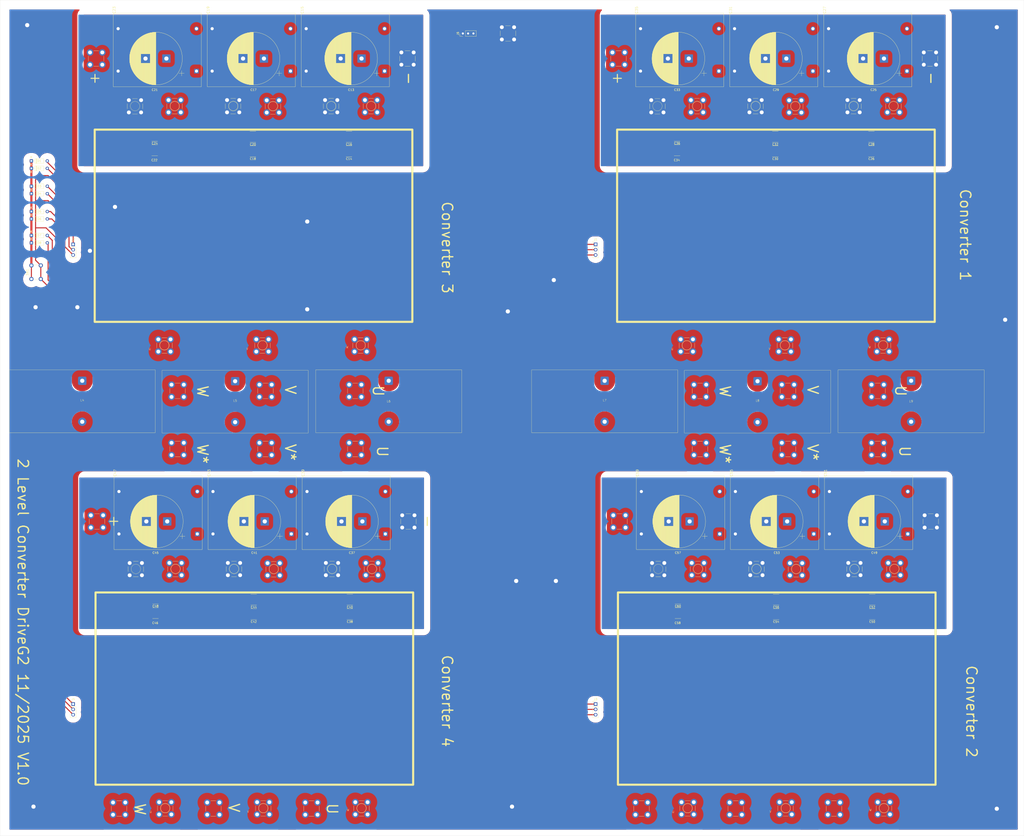
<source format=kicad_pcb>
(kicad_pcb (version 20241229) (generator "pcbnew") (generator_version "9.0")
  (layers (0 "F.Cu" signal) (2 "B.Cu" signal) (13 "F.Paste" user) (15 "B.Paste" user) (5 "F.SilkS" user "F.Silkscreen") (7 "B.SilkS" user "B.Silkscreen") (1 "F.Mask" user) (3 "B.Mask" user) (25 "Edge.Cuts" user))
  (net 0 "")
  (net 1 "Net-(D1-K)")
  (net 2 "Net-(D1-A)")
  (net 3 "Net-(D2-A)")
  (net 4 "Net-(D3-A)")
  (net 5 "Net-(D4-A)")
  (net 6 "Net-(D5-A)")
  (net 7 "Net-(D6-A)")
  (net 8 "Net-(D7-A)")
  (net 9 "Net-(D8-A)")
  (net 10 "/2L1/Vn1")
  (net 11 "/2L1/Vp?")
  (net 12 "/2L2/Vn1")
  (net 13 "/2L2/Vp?")
  (net 14 "/2L3/Vp?")
  (net 15 "/2L3/Vn1")
  (net 16 "/2L4/Vn1")
  (net 17 "/2L4/Vp?")
  (net 18 "Net-(J11-Pin_1)")
  (net 19 "Net-(J12-Pin_1)")
  (net 20 "Net-(J13-Pin_1)")
  (net 21 "Net-(J14-Pin_1)")
  (net 22 "Net-(J15-Pin_1)")
  (net 23 "Net-(J16-Pin_1)")
  (net 24 "Net-(J19-Pin_1)")
  (net 25 "Net-(J20-Pin_1)")
  (net 26 "Net-(J21-Pin_1)")
  (net 27 "Net-(J22-Pin_1)")
  (net 28 "Net-(J23-Pin_1)")
  (net 29 "Net-(J24-Pin_1)")
  (net 30 "Net-(J27-Pin_1)")
  (net 31 "Net-(J29-Pin_1)")
  (net 32 "Net-(J31-Pin_1)")
  (net 33 "Net-(J35-Pin_1)")
  (net 34 "Net-(J37-Pin_1)")
  (net 35 "Net-(J39-Pin_1)")
  (net 36 "/GND")
  (net 37 "Net-(J1-Pin_3)")
  (footprint "Capacitor_SMD:C_2220_5750Metric_Pad1.97x5.40mm_HandSolder" (layer "F.Cu") (at 292 138.405 180)
    (property "Reference" "C16")
    (property "Value" "C")
  )
  (footprint "Capacitor_SMD:C_2220_5750Metric_Pad1.97x5.40mm_HandSolder" (layer "F.Cu") (at 199 144.855 180)
    (property "Reference" "C22")
    (property "Value" "C")
  )
  (footprint "PowerComponentLibrary:Wuerth_REDCUBE-THR_WP-THRSH_74651175_THR" (layer "F.Cu") (at 252.065 260)
    (property "Reference" "J13" (hide yes))
    (property "Value" "Conn_01x01_Pin" (hide yes))
  )
  (footprint "PowerPCB:Inductor" (layer "F.Cu") (at 311 265)
    (property "Reference" "L6")
    (property "Value" "L")
  )
  (footprint "PowerComponentLibrary:Wuerth_REDCUBE-THR_WP-THRSH_74651175_THR" (layer "F.Cu") (at 171 101)
    (property "Reference" "J9" (hide yes))
    (property "Value" "Conn_01x01_Pin" (hide yes))
  )
  (footprint "PowerComponentLibrary:Wuerth_REDCUBE-THR_WP-THRSH_74651175_THR" (layer "F.Cu") (at 477.065 459.935)
    (property "Reference" "J37" (hide yes))
    (property "Value" "Conn_01x01_Pin" (hide yes))
  )
  (footprint "PowerComponentLibrary:Wuerth_REDCUBE-THR_WP-THRSH_74651175_THR" (layer "F.Cu") (at 432 459.935)
    (property "Reference" "J35" (hide yes))
    (property "Value" "Conn_01x01_Pin" (hide yes))
  )
  (footprint "PowerComponentLibrary:C_Wurth_WCAP-FTDB-L42W35H50" (layer "F.Cu") (at 469.394629 328.5 180)
    (property "Reference" "C59")
    (property "Value" "C_Polarized" (hide yes))
  )
  (footprint "PowerComponentLibrary:Wuerth_REDCUBE-THR_WP-THRSH_74651175_THR" (layer "F.Cu") (at 274 459.935)
    (property "Reference" "J31" (hide yes))
    (property "Value" "Conn_01x01_Pin" (hide yes))
  )
  (footprint "Capacitor_THT:CP_Radial_D25.0mm_P10.00mm_SnapIn" (layer "F.Cu") (at 205 322.5 180)
    (property "Reference" "C45")
    (property "Value" "C_Polarized")
  )
  (footprint "Capacitor_SMD:C_2220_5750Metric_Pad1.97x5.40mm_HandSolder" (layer "F.Cu") (at 496 145.355 180)
    (property "Reference" "C30")
    (property "Value" "C")
  )
  (footprint "PowerComponentLibrary:Wuerth_REDCUBE-THR_WP-THRSH_74651175_THR" (layer "F.Cu") (at 210 260)
    (property "Reference" "J11" (hide yes))
    (property "Value" "Conn_01x01_Pin" (hide yes))
  )
  (footprint "Capacitor_SMD:C_2220_5750Metric_Pad1.97x5.40mm_HandSolder" (layer "F.Cu") (at 199.394629 359.405 180)
    (property "Reference" "C48")
    (property "Value" "C")
  )
  (footprint "Button_Switch_THT:SW_PUSH_6mm" (layer "F.Cu") (at 140 206.5 90)
    (property "Reference" "SW1")
    (property "Value" "SW_Push")
  )
  (footprint "PowerComponentLibrary:Wuerth_REDCUBE-THR_WP-THRSH_74651175_THR" (layer "F.Cu") (at 502.065 260)
    (property "Reference" "J21" (hide yes))
    (property "Value" "Conn_01x01_Pin" (hide yes))
  )
  (footprint "Capacitor_SMD:C_2220_5750Metric_Pad1.97x5.40mm_HandSolder" (layer "F.Cu") (at 246.394629 366.855 180)
    (property "Reference" "C42")
    (property "Value" "C")
  )
  (footprint "Diode_THT:D_DO-35_SOD27_P7.62mm_Horizontal" (layer "F.Cu") (at 140 153.55)
    (property "Reference" "D2")
    (property "Value" "1N914")
  )
  (footprint "PowerComponentLibrary:C_Wurth_WCAP-FTDB-L42W35H50" (layer "F.Cu") (at 514 107 180)
    (property "Reference" "C31")
    (property "Value" "C_Polarized" (hide yes))
  )
  (footprint "PowerComponentLibrary:Wuerth_REDCUBE-THR_WP-THRSH_74651175_THR" (layer "F.Cu") (at 320 101)
    (property "Reference" "J10" (hide yes))
    (property "Value" "Conn_01x01_Pin" (hide yes))
  )
  (footprint "PowerComponentLibrary:Wuerth_REDCUBE-THR_WP-THRSH_74651175_THR" (layer "F.Cu") (at 295 287.815)
    (property "Reference" "J16" (hide yes))
    (property "Value" "Conn_01x01_Pin" (hide yes))
  )
  (footprint "PowerPCB:Inductor" (layer "F.Cu") (at 414.335 265.005)
    (property "Reference" "L7")
    (property "Value" "L")
  )
  (footprint "PowerComponentLibrary:Wuerth_REDCUBE-THR_WP-THRSH_74651175_THR" (layer "F.Cu") (at 171.394629 322.5)
    (property "Reference" "J25" (hide yes))
    (property "Value" "Conn_01x01_Pin" (hide yes))
  )
  (footprint "Capacitor_SMD:C_2220_5750Metric_Pad1.97x5.40mm_HandSolder" (layer "F.Cu") (at 292 145.355 180)
    (property "Reference" "C14")
    (property "Value" "C")
  )
  (footprint "Capacitor_SMD:C_2220_5750Metric_Pad1.97x5.40mm_HandSolder" (layer "F.Cu") (at 246.394629 359.905 180)
    (property "Reference" "C44")
    (property "Value" "C")
  )
  (footprint "Capacitor_THT:CP_Radial_D25.0mm_P10.00mm_SnapIn" (layer "F.Cu") (at 204.605371 101 180)
    (property "Reference" "C21")
    (property "Value" "C_Polarized")
  )
  (footprint "PowerPCB:Inductor" (layer "F.Cu") (at 561 265)
    (property "Reference" "L9")
    (property "Value" "L")
  )
  (footprint "Capacitor_SMD:C_2220_5750Metric_Pad1.97x5.40mm_HandSolder" (layer "F.Cu") (at 449 137.905 180)
    (property "Reference" "C36")
    (property "Value" "C")
  )
  (footprint "PowerPCB:DriveG2Screw" (layer "F.Cu") (at 480.394629 361.5)
    (property "Reference" "U5" (hide yes))
    (property "Value" "~" (hide yes))
  )
  (footprint "PowerComponentLibrary:Wuerth_REDCUBE-THR_WP-THRSH_74651175_THR" (layer "F.Cu") (at 210 287.815)
    (property "Reference" "J12" (hide yes))
    (property "Value" "Conn_01x01_Pin" (hide yes))
  )
  (footprint "Capacitor_SMD:C_2220_5750Metric_Pad1.97x5.40mm_HandSolder" (layer "F.Cu") (at 246 138.405 180)
    (property "Reference" "C20")
    (property "Value" "C")
  )
  (footprint "Diode_THT:D_DO-35_SOD27_P7.62mm_Horizontal" (layer "F.Cu") (at 140 185.65)
    (property "Reference" "D7")
    (property "Value" "1N914")
  )
  (footprint "Capacitor_THT:CP_Radial_D25.0mm_P10.00mm_SnapIn" (layer "F.Cu") (at 548 101 180)
    (property "Reference" "C25")
    (property "Value" "C_Polarized")
  )
  (footprint "PowerComponentLibrary:Wuerth_REDCUBE-THR_WP-THRSH_74651175_THR" (layer "F.Cu") (at 545 287.815)
    (property "Reference" "J24" (hide yes))
    (property "Value" "Conn_01x01_Pin" (hide yes))
  )
  (footprint "Capacitor_SMD:C_2220_5750Metric_Pad1.97x5.40mm_HandSolder" (layer "F.Cu") (at 246 145.355 180)
    (property "Reference" "C18")
    (property "Value" "C")
  )
  (footprint "Capacitor_THT:CP_Radial_D25.0mm_P10.00mm_SnapIn" (layer "F.Cu") (at 548.394629 322.5 180)
    (property "Reference" "C49")
    (property "Value" "C_Polarized")
  )
  (footprint "PowerPCB:Inductor" (layer "F.Cu") (at 487.5 265.2)
    (property "Reference" "L8")
    (property "Value" "L")
  )
  (footprint "PowerComponentLibrary:Wuerth_REDCUBE-THR_WP-THRSH_74651175_THR" (layer "F.Cu") (at 524.065 459.935)
    (property "Reference" "J39" (hide yes))
    (property "Value" "Conn_01x01_Pin" (hide yes))
  )
  (footprint "PowerComponentLibrary:C_Wurth_WCAP-FTDB-L42W35H50" (layer "F.Cu") (at 264.394629 328.5 180)
    (property "Reference" "C43")
    (property "Value" "C_Polarized" (hide yes))
  )
  (footprint "PowerComponentLibrary:C_Wurth_WCAP-FTDB-L42W35H50" (layer "F.Cu") (at 219.394629 328.5 180)
    (property "Reference" "C47")
    (property "Value" "C_Polarized" (hide yes))
  )
  (footprint "PowerComponentLibrary:Wuerth_REDCUBE-THR_WP-THRSH_74651175_THR" (layer "F.Cu") (at 570.394629 322.5)
    (property "Reference" "J34" (hide yes))
    (property "Value" "Conn_01x01_Pin" (hide yes))
  )
  (footprint "Diode_THT:D_DO-35_SOD27_P7.62mm_Horizontal" (layer "F.Cu") (at 140 174.2)
    (property "Reference" "D5")
    (property "Value" "1N914")
  )
  (footprint "PowerComponentLibrary:Wuerth_REDCUBE-THR_WP-THRSH_74651175_THR" (layer "F.Cu") (at 295 260)
    (property "Reference" "J15" (hide yes))
    (property "Value" "Conn_01x01_Pin" (hide yes))
  )
  (footprint "Diode_THT:D_DO-35_SOD27_P7.62mm_Horizontal" (layer "F.Cu") (at 140 177.75)
    (property "Reference" "D6")
    (property "Value" "1N914")
  )
  (footprint "Diode_THT:D_DO-35_SOD27_P7.62mm_Horizontal" (layer "F.Cu") (at 140 189.2)
    (property "Reference" "D8")
    (property "Value" "1N914")
  )
  (footprint "PowerComponentLibrary:Wuerth_REDCUBE-THR_WP-THRSH_74651175_THR" (layer "F.Cu") (at 421.394629 322.5)
    (property "Reference" "J33" (hide yes))
    (property "Value" "Conn_01x01_Pin" (hide yes))
  )
  (footprint "PowerComponentLibrary:Wuerth_REDCUBE-THR_WP-THRSH_74651175_THR" (layer "F.Cu") (at 502.065 287.815)
    (property "Reference" "J22" (hide yes))
    (property "Value" "Conn_01x01_Pin" (hide yes))
  )
  (footprint "PowerComponentLibrary:Wuerth_REDCUBE-THR_WP-THRSH_74651175_THR" (layer "F.Cu") (at 421 101)
    (property "Reference" "J17" (hide yes))
    (property "Value" "Conn_01x01_Pin" (hide yes))
  )
  (footprint "PowerComponentLibrary:C_Wurth_WCAP-FTDB-L42W35H50" (layer "F.Cu") (at 219 107 180)
    (property "Reference" "C23")
    (property "Value" "C_Polarized" (hide yes))
  )
  (footprint "PowerPCB:DriveG2Screw" (layer "F.Cu") (at 230.394629 361.5)
    (property "Reference" "U4" (hide yes))
    (property "Value" "~" (hide yes))
  )
  (footprint "PowerPCB:Inductor" (layer "F.Cu") (at 237.5 265.2)
    (property "Reference" "L5")
    (property "Value" "L")
  )
  (footprint "PowerPCB:DriveG2Screw" (layer "F.Cu") (at 480 140)
    (property "Reference" "U3" (hide yes))
    (property "Value" "~" (hide yes))
  )
  (footprint "PowerComponentLibrary:Wuerth_REDCUBE-THR_WP-THRSH_74651175_THR" (layer "F.Cu") (at 227.065 459.935)
    (property "Reference" "J29" (hide yes))
    (property "Value" "Conn_01x01_Pin" (hide yes))
  )
  (footprint "Capacitor_SMD:C_2220_5750Metric_Pad1.97x5.40mm_HandSolder" (layer "F.Cu") (at 542.394629 366.855 180)
    (property "Reference" "C50")
    (property "Value" "C")
  )
  (footprint "Connector_PinHeader_2.54mm:PinHeader_1x03_P2.54mm_Vertical" (layer "F.Cu") (at 410 189.92)
    (property "Reference" "J1")
    (property "Value" "Conn_01x03_Pin")
  )
  (footprint "PowerComponentLibrary:Wuerth_REDCUBE-THR_WP-THRSH_74651175_THR" (layer "F.Cu") (at 368.065 88.935)
    (property "Reference" "J5" (hide yes))
    (property "Value" "Conn_01x01_Pin" (hide yes))
  )
  (footprint "Capacitor_SMD:C_2220_5750Metric_Pad1.97x5.40mm_HandSolder" (layer "F.Cu") (at 292.394629 366.855 180)
    (property "Reference" "C38")
    (property "Value" "C")
  )
  (footprint "Capacitor_THT:CP_Radial_D25.0mm_P10.00mm_SnapIn" (layer "F.Cu") (at 251.674629 322.5 180)
    (property "Reference" "C41")
    (property "Value" "C_Polarized")
  )
  (footprint "Diode_THT:D_DO-35_SOD27_P7.62mm_Horizontal" (layer "F.Cu") (at 140 150)
    (property "Reference" "D1")
    (property "Value" "1N914")
  )
  (footprint "PowerComponentLibrary:C_Wurth_WCAP-FTDB-L42W35H50" (layer "F.Cu") (at 309.394629 328.5 180)
    (property "Reference" "C39")
    (property "Value" "C_Polarized" (hide yes))
  )
  (footprint "Connector_PinHeader_2.54mm:PinHeader_1x03_P2.54mm_Vertical" (layer "F.Cu") (at 160 189.92)
    (property "Reference" "J2")
    (property "Value" "Connector_PinHeader_1.00mm:PinHeader_1x03_P1.00mm_Vertical")
  )
  (footprint "PowerComponentLibrary:Wuerth_REDCUBE-THR_WP-THRSH_74651175_THR" (layer "F.Cu") (at 182 459.935)
    (property "Reference" "J27" (hide yes))
    (property "Value" "Conn_01x01_Pin" (hide yes))
  )
  (footprint "Capacitor_SMD:C_2220_5750Metric_Pad1.97x5.40mm_HandSolder" (layer "F.Cu") (at 496.394629 359.905 180)
    (property "Reference" "C56")
    (property "Value" "C")
  )
  (footprint "Capacitor_THT:CP_Radial_D25.0mm_P10.00mm_SnapIn" (layer "F.Cu") (at 455 322.5 180)
    (property "Reference" "C57")
    (property "Value" "C_Polarized")
  )
  (footprint "Capacitor_SMD:C_2220_5750Metric_Pad1.97x5.40mm_HandSolder" (layer "F.Cu") (at 199.394629 366.355 180)
    (property "Reference" "C46")
    (property "Value" "C")
  )
  (footprint "Capacitor_SMD:C_2220_5750Metric_Pad1.97x5.40mm_HandSolder" (layer "F.Cu") (at 542 145.355 180)
    (property "Reference" "C26")
    (property "Value" "C")
  )
  (footprint "PowerPCB:Inductor" (layer "F.Cu") (at 164.335 265.005)
    (property "Reference" "L4")
    (property "Value" "L")
  )
  (footprint "PowerComponentLibrary:Wuerth_REDCUBE-THR_WP-THRSH_74651175_THR" (layer "F.Cu") (at 460 260)
    (property "Reference" "J19" (hide yes))
    (property "Value" "Conn_01x01_Pin" (hide yes))
  )
  (footprint "Connector_PinHeader_2.54mm:PinHeader_1x03_P2.54mm_Vertical" (layer "F.Cu") (at 346.46 89 90)
    (property "Reference" "J6")
    (property "Value" "Conn_01x03_Pin" (hide yes))
  )
  (footprint "Capacitor_SMD:C_2220_5750Metric_Pad1.97x5.40mm_HandSolder" (layer "F.Cu") (at 449.394629 366.355 180)
    (property "Reference" "C58")
    (property "Value" "C")
  )
  (footprint "Capacitor_SMD:C_2220_5750Metric_Pad1.97x5.40mm_HandSolder" (layer "F.Cu") (at 496 138.405 180)
    (property "Reference" "C32")
    (property "Value" "C")
  )
  (footprint "Capacitor_SMD:C_2220_5750Metric_Pad1.97x5.40mm_HandSolder" (layer "F.Cu") (at 292.394629 359.905 180)
    (property "Reference" "C40")
    (property "Value" "C")
  )
  (footprint "Capacitor_SMD:C_2220_5750Metric_Pad1.97x5.40mm_HandSolder" (layer "F.Cu") (at 449.394629 359.405 180)
    (property "Reference" "C60")
    (property "Value" "C")
  )
  (footprint "Diode_THT:D_DO-35_SOD27_P7.62mm_Horizontal" (layer "F.Cu") (at 140 162.1)
    (property "Reference" "D3")
    (property "Value" "1N914")
  )
  (footprint "PowerComponentLibrary:C_Wurth_WCAP-FTDB-L42W35H50" (layer "F.Cu") (at 514.394629 328.5 180)
    (property "Reference" "C55")
    (property "Value" "C_Polarized" (hide yes))
  )
  (footprint "Capacitor_SMD:C_2220_5750Metric_Pad1.97x5.40mm_HandSolder" (layer "F.Cu") (at 542 138.405 180)
    (property "Reference" "C28")
    (property "Value" "C")
  )
  (footprint "Capacitor_SMD:C_2220_5750Metric_Pad1.97x5.40mm_HandSolder" (layer "F.Cu") (at 496.394629 366.855 180)
    (property "Reference" "C54")
    (property "Value" "C")
  )
  (footprint "Capacitor_THT:CP_Radial_D25.0mm_P10.00mm_SnapIn" (layer "F.Cu") (at 298.394629 322.5 180)
    (property "Reference" "C37")
    (property "Value" "C_Polarized")
  )
  (footprint "Capacitor_THT:CP_Radial_D25.0mm_P10.00mm_SnapIn" (layer "F.Cu") (at 454.605371 101 180)
    (property "Reference" "C33")
    (property "Value" "C_Polarized")
  )
  (footprint "Capacitor_SMD:C_2220_5750Metric_Pad1.97x5.40mm_HandSolder" (layer "F.Cu") (at 542.394629 359.905 180)
    (property "Reference" "C52")
    (property "Value" "C")
  )
  (footprint "PowerComponentLibrary:C_Wurth_WCAP-FTDB-L42W35H50" (layer "F.Cu") (at 559 107 180)
    (property "Reference" "C27")
    (property "Value" "C_Polarized" (hide yes))
  )
  (footprint "PowerComponentLibrary:Wuerth_REDCUBE-THR_WP-THRSH_74651175_THR" (layer "F.Cu") (at 570 101)
    (property "Reference" "J18" (hide yes))
    (property "Value" "Conn_01x01_Pin" (hide yes))
  )
  (footprint "PowerComponentLibrary:Wuerth_REDCUBE-THR_WP-THRSH_74651175_THR" (layer "F.Cu") (at 545 260)
    (property "Reference" "J23" (hide yes))
    (property "Value" "Conn_01x01_Pin" (hide yes))
  )
  (footprint "PowerComponentLibrary:Wuerth_REDCUBE-THR_WP-THRSH_74651175_THR" (layer "F.Cu") (at 252.065 287.815)
    (property "Reference" "J14" (hide yes))
    (property "Value" "Conn_01x01_Pin" (hide yes))
  )
  (footprint "PowerComponentLibrary:Wuerth_REDCUBE-THR_WP-THRSH_74651175_THR" (layer "F.Cu") (at 320.394629 322.5)
    (property "Reference" "J26" (hide yes))
    (property "Value" "Conn_01x01_Pin" (hide yes))
  )
  (footprint "Diode_THT:D_DO-35_SOD27_P7.62mm_Horizontal" (layer "F.Cu") (at 140 165.65)
    (property "Reference" "D4")
    (property "Value" "1N914")
  )
  (footprint "PowerComponentLibrary:C_Wurth_WCAP-FTDB-L42W35H50" (layer "F.Cu") (at 559.394629 328.5 180)
    (property "Reference" "C51")
    (property "Value" "C_Polarized" (hide yes))
  )
  (footprint "Capacitor_THT:CP_Radial_D25.0mm_P10.00mm_SnapIn" (layer "F.Cu") (at 501.674629 322.5 180)
    (property "Reference" "C53")
    (property "Value" "C_Polarized")
  )
  (footprint "PowerComponentLibrary:C_Wurth_WCAP-FTDB-L42W35H50" (layer "F.Cu") (at 309 107 180)
    (property "Reference" "C15")
    (property "Value" "C_Polarized" (hide yes))
  )
  (footprint "PowerComponentLibrary:C_Wurth_WCAP-FTDB-L42W35H50" (layer "F.Cu") (at 264 107 180)
    (property "Reference" "C19")
    (property "Value" "C_Polarized" (hide yes))
  )
  (footprint "Capacitor_THT:CP_Radial_D25.0mm_P10.00mm_SnapIn" (layer "F.Cu") (at 501.28 101 180)
    (property "Reference" "C29")
    (property "Value" "C_Polarized")
  )
  (footprint "Capacitor_SMD:C_2220_5750Metric_Pad1.97x5.40mm_HandSolder" (layer "F.Cu") (at 449 144.855 180)
    (property "Reference" "C34")
    (property "Value" "C")
  )
  (footprint "PowerComponentLibrary:C_Wurth_WCAP-FTDB-L42W35H50" (layer "F.Cu") (at 469 107 180)
    (property "Reference" "C35")
    (property "Value" "C_Polarized" (hide yes))
  )
  (footprint "Capacitor_THT:CP_Radial_D25.0mm_P10.00mm_SnapIn" (layer "F.Cu") (at 298 101 180)
    (property "Reference" "C13")
    (property "Value" "C_Polarized")
  )
  (footprint "Capacitor_SMD:C_2220_5750Metric_Pad1.97x5.40mm_HandSolder" (layer "F.Cu") (at 199 137.905 180)
    (property "Reference" "C24")
    (property "Value" "C")
  )
  (footprint "PowerPCB:DriveG2Screw" (layer "F.Cu") (at 230 140)
    (property "Reference" "U2" (hide yes))
    (property "Value" "~" (hide yes))
  )
  (footprint "PowerComponentLibrary:Wuerth_REDCUBE-THR_WP-THRSH_74651175_THR" (layer "F.Cu") (at 460 287.815)
    (property "Reference" "J20" (hide yes))
    (property "Value" "Conn_01x01_Pin" (hide yes))
  )
  (footprint "Connector_PinHeader_2.54mm:PinHeader_1x03_P2.54mm_Vertical" (layer "F.Cu") (at 410 409.92)
    (property "Reference" "J3")
    (property "Value" "Conn_01x03_Pin")
  )
  (footprint "Capacitor_THT:CP_Radial_D25.0mm_P10.00mm_SnapIn" (layer "F.Cu") (at 251.28 101 180)
    (property "Reference" "C17")
    (property "Value" "C_Polarized")
  )
  (footprint "Connector_PinHeader_2.54mm:PinHeader_1x03_P2.54mm_Vertical" (layer "F.Cu") (at 160 409.92)
    (property "Reference" "J4")
    (property "Value" "Conn_01x03_Pin")
  )
  (gr_rect (start 125 73) (end 615 473) (stroke (width 0.05)) (fill no) (layer "Edge.Cuts"))
  (gr_text "V*" (at 511 285 270) (layer "F.SilkS") (effects (font (size 5 5) (thickness 0.625)) (justify left bottom)))
  (gr_text "Converter 3\n\n" (at 328 169 270) (layer "F.SilkS") (effects (font (size 5 5) (thickness 0.625)) (justify left bottom)))
  (gr_text "+" (at 176 325 0) (layer "F.SilkS") (effects (font (size 5 5) (thickness 0.5)) (justify left bottom)))
  (gr_text "-" (at 573 114 90) (layer "F.SilkS") (effects (font (size 5 5) (thickness 0.625)) (justify left bottom)))
  (gr_text "2 Level Converter DriveG2 11/2025 V1.0" (at 133 292 270) (layer "F.SilkS") (effects (font (size 5 5) (thickness 0.625)) (justify left bottom)))
  (gr_text "U" (at 303 257 270) (layer "F.SilkS") (effects (font (size 5 5) (thickness 0.625)) (justify left bottom)))
  (gr_text "Converter 1\n" (at 584 163 270) (layer "F.SilkS") (effects (font (size 5 5) (thickness 0.625)) (justify left bottom)))
  (gr_text "W" (at 189 457 270) (layer "F.SilkS") (effects (font (size 5 5) (thickness 0.625)) (justify left bottom)))
  (gr_text "U" (at 281 457 270) (layer "F.SilkS") (effects (font (size 5 5) (thickness 0.625)) (justify left bottom)))
  (gr_text "-" (at 323 114 90) (layer "F.SilkS") (effects (font (size 5 5) (thickness 0.625)) (justify left bottom)))
  (gr_text "V" (at 511 257 270) (layer "F.SilkS") (effects (font (size 5 5) (thickness 0.625)) (justify left bottom)))
  (gr_text "V*" (at 261 285 270) (layer "F.SilkS") (effects (font (size 5 5) (thickness 0.625)) (justify left bottom)))
  (gr_text "W*\n" (at 469 285 270) (layer "F.SilkS") (effects (font (size 5 5) (thickness 0.625)) (justify left bottom)))
  (gr_text "+" (at 417 113 0) (layer "F.SilkS") (effects (font (size 5 5) (thickness 0.5)) (justify left bottom)))
  (gr_text "U" (at 553 257 270) (layer "F.SilkS") (effects (font (size 5 5) (thickness 0.625)) (justify left bottom)))
  (gr_text "+" (at 167 113 0) (layer "F.SilkS") (effects (font (size 5 5) (thickness 0.5)) (justify left bottom)))
  (gr_text "Converter 2" (at 587 391 270) (layer "F.SilkS") (effects (font (size 5 5) (thickness 0.625)) (justify left bottom)))
  (gr_text "V" (at 261 257 270) (layer "F.SilkS") (effects (font (size 5 5) (thickness 0.625)) (justify left bottom)))
  (gr_text "U" (at 555 286 270) (layer "F.SilkS") (effects (font (size 5 5) (thickness 0.625)) (justify left bottom)))
  (gr_text "Converter 4\n\n" (at 328 386 270) (layer "F.SilkS") (effects (font (size 5 5) (thickness 0.625)) (justify left bottom)))
  (gr_text "U" (at 305 286 270) (layer "F.SilkS") (effects (font (size 5 5) (thickness 0.625)) (justify left bottom)))
  (gr_text "W*\n" (at 219 285 270) (layer "F.SilkS") (effects (font (size 5 5) (thickness 0.625)) (justify left bottom)))
  (gr_text "W" (at 219 257 270) (layer "F.SilkS") (effects (font (size 5 5) (thickness 0.625)) (justify left bottom)))
  (gr_text "W" (at 469 257 270) (layer "F.SilkS") (effects (font (size 5 5) (thickness 0.625)) (justify left bottom)))
  (gr_text "V" (at 234 457 270) (layer "F.SilkS") (effects (font (size 5 5) (thickness 0.625)) (justify left bottom)))
  (gr_text "-" (at 332 326 90) (layer "F.SilkS") (effects (font (size 5 5) (thickness 0.625)) (justify left bottom)))
  (segment (start 140 200) (end 140 189.2) (width 1) (layer "F.Cu") (net 1))
  (segment (start 140 206.5) (end 140 200) (width 0.5) (layer "F.Cu") (net 1))
  (segment (start 140 189.2) (end 140 150) (width 1) (layer "F.Cu") (net 1))
  (segment (start 147.62 150) (end 147.62 150.62) (width 0.5) (layer "F.Cu") (net 2))
  (segment (start 147.62 150.62) (end 186.92 189.92) (width 0.5) (layer "F.Cu") (net 2))
  (segment (start 186.92 189.92) (end 410 189.92) (width 0.5) (layer "F.Cu") (net 2))
  (segment (start 186.53 192.46) (end 410 192.46) (width 0.5) (layer "F.Cu") (net 3))
  (segment (start 147.62 153.55) (end 186.53 192.46) (width 0.5) (layer "F.Cu") (net 3))
  (segment (start 160 189.92) (end 160 174.48) (width 0.5) (layer "F.Cu") (net 4))
  (segment (start 160 174.48) (end 147.62 162.1) (width 0.5) (layer "F.Cu") (net 4))
  (segment (start 159.46 192.46) (end 160 192.46) (width 0.5) (layer "F.Cu") (net 5))
  (segment (start 147.62 165.65) (end 158 176.03) (width 0.5) (layer "F.Cu") (net 5))
  (segment (start 158 191) (end 159.46 192.46) (width 0.5) (layer "F.Cu") (net 5))
  (segment (start 158 176.03) (end 158 191) (width 0.5) (layer "F.Cu") (net 5))
  (segment (start 391.92 409.92) (end 410 409.92) (width 0.5) (layer "F.Cu") (net 6))
  (segment (start 384 402) (end 391.92 409.92) (width 0.5) (layer "F.Cu") (net 6))
  (segment (start 376 208) (end 384 216) (width 0.5) (layer "F.Cu") (net 6))
  (segment (start 154 179) (end 154 202) (width 0.5) (layer "F.Cu") (net 6))
  (segment (start 147.62 174.2) (end 149.2 174.2) (width 0.5) (layer "F.Cu") (net 6))
  (segment (start 384 216) (end 384 402) (width 0.5) (layer "F.Cu") (net 6))
  (segment (start 160 208) (end 376 208) (width 0.5) (layer "F.Cu") (net 6))
  (segment (start 149.2 174.2) (end 154 179) (width 0.5) (layer "F.Cu") (net 6))
  (segment (start 154 202) (end 160 208) (width 0.5) (layer "F.Cu") (net 6))
  (segment (start 160 210) (end 153 203) (width 0.5) (layer "F.Cu") (net 7))
  (segment (start 410 412.46) (end 391.46 412.46) (width 0.5) (layer "F.Cu") (net 7))
  (segment (start 153 203) (end 153 181) (width 0.5) (layer "F.Cu") (net 7))
  (segment (start 391.46 412.46) (end 381 402) (width 0.5) (layer "F.Cu") (net 7))
  (segment (start 381 217) (end 374 210) (width 0.5) (layer "F.Cu") (net 7))
  (segment (start 374 210) (end 160 210) (width 0.5) (layer "F.Cu") (net 7))
  (segment (start 381 402) (end 381 217) (width 0.5) (layer "F.Cu") (net 7))
  (segment (start 149.75 177.75) (end 147.62 177.75) (width 0.5) (layer "F.Cu") (net 7))
  (segment (start 153 181) (end 149.75 177.75) (width 0.5) (layer "F.Cu") (net 7))
  (segment (start 152 401.92) (end 160 409.92) (width 0.5) (layer "F.Cu") (net 8))
  (segment (start 147.62 185.65) (end 150 188.03) (width 0.5) (layer "F.Cu") (net 8))
  (segment (start 152 208) (end 152 401.92) (width 0.5) (layer "F.Cu") (net 8))
  (segment (start 150 206) (end 152 208) (width 0.5) (layer "F.Cu") (net 8))
  (segment (start 150 188.03) (end 150 206) (width 0.5) (layer "F.Cu") (net 8))
  (segment (start 148 189.58) (end 147.62 189.2) (width 0.5) (layer "F.Cu") (net 9))
  (segment (start 160 412.46) (end 150 402.46) (width 0.5) (layer "F.Cu") (net 9))
  (segment (start 148 207) (end 148 189.58) (width 0.5) (layer "F.Cu") (net 9))
  (segment (start 150 402.46) (end 150 209) (width 0.5) (layer "F.Cu") (net 9))
  (segment (start 150 209) (end 148 207) (width 0.5) (layer "F.Cu") (net 9))
  (segment (start 243.3625 130.6025) (end 239.495 126.735) (width 2) (layer "F.Cu") (net 10))
  (segment (start 243.3625 138.405) (end 243.3625 130.6025) (width 2) (layer "F.Cu") (net 10))
  (segment (start 196.3625 137.905) (end 196.3625 130.6325) (width 2) (layer "F.Cu") (net 10))
  (segment (start 196.3625 144.855) (end 196.3625 137.905) (width 2) (layer "F.Cu") (net 10))
  (segment (start 289.3625 145.355) (end 289.3625 138.405) (width 2) (layer "F.Cu") (net 10))
  (segment (start 196.3625 130.6325) (end 192.5 126.77) (width 2) (layer "F.Cu") (net 10))
  (segment (start 243.3625 145.355) (end 243.3625 138.405) (width 2) (layer "F.Cu") (net 10))
  (segment (start 289.3625 129.7025) (end 286.395 126.735) (width 2) (layer "F.Cu") (net 10))
  (segment (start 289.3625 138.405) (end 289.3625 129.7025) (width 2) (layer "F.Cu") (net 10))
  (segment (start 539.3625 129.7025) (end 536.395 126.735) (width 2) (layer "F.Cu") (net 12))
  (segment (start 493.3625 145.355) (end 493.3625 138.405) (width 2) (layer "F.Cu") (net 12))
  (segment (start 539.3625 138.405) (end 539.3625 129.7025) (width 2) (layer "F.Cu") (net 12))
  (segment (start 493.3625 130.6025) (end 489.495 126.735) (width 2) (layer "F.Cu") (net 12))
  (segment (start 493.3625 138.405) (end 493.3625 130.6025) (width 2) (layer "F.Cu") (net 12))
  (segment (start 446.3625 130.6325) (end 442.5 126.77) (width 2) (layer "F.Cu") (net 12))
  (segment (start 446.3625 144.855) (end 446.3625 137.905) (width 2) (layer "F.Cu") (net 12))
  (segment (start 446.3625 137.905) (end 446.3625 130.6325) (width 2) (layer "F.Cu") (net 12))
  (segment (start 539.3625 145.355) (end 539.3625 138.405) (width 2) (layer "F.Cu") (net 12))
  (segment (start 289.757129 351.2025) (end 286.789629 348.235) (width 2) (layer "F.Cu") (net 15))
  (segment (start 196.757129 352.1325) (end 192.894629 348.27) (width 2) (layer "F.Cu") (net 15))
  (segment (start 243.757129 359.905) (end 243.757129 352.1025) (width 2) (layer "F.Cu") (net 15))
  (segment (start 243.757129 366.855) (end 243.757129 359.905) (width 2) (layer "F.Cu") (net 15))
  (segment (start 196.757129 359.405) (end 196.757129 352.1325) (width 2) (layer "F.Cu") (net 15))
  (segment (start 289.757129 366.855) (end 289.757129 359.905) (width 2) (layer "F.Cu") (net 15))
  (segment (start 289.757129 359.905) (end 289.757129 351.2025) (width 2) (layer "F.Cu") (net 15))
  (segment (start 243.757129 352.1025) (end 239.889629 348.235) (width 2) (layer "F.Cu") (net 15))
  (segment (start 196.757129 366.355) (end 196.757129 359.405) (width 2) (layer "F.Cu") (net 15))
  (segment (start 446.757129 366.355) (end 446.757129 359.405) (width 2) (layer "F.Cu") (net 16))
  (segment (start 446.757129 352.1325) (end 442.894629 348.27) (width 2) (layer "F.Cu") (net 16))
  (segment (start 539.757129 359.905) (end 539.757129 351.2025) (width 2) (layer "F.Cu") (net 16))
  (segment (start 539.757129 366.855) (end 539.757129 359.905) (width 2) (layer "F.Cu") (net 16))
  (segment (start 493.757129 366.855) (end 493.757129 359.905) (width 2) (layer "F.Cu") (net 16))
  (segment (start 539.757129 351.2025) (end 536.789629 348.235) (width 2) (layer "F.Cu") (net 16))
  (segment (start 446.757129 359.405) (end 446.757129 352.1325) (width 2) (layer "F.Cu") (net 16))
  (segment (start 493.757129 352.1025) (end 489.889629 348.235) (width 2) (layer "F.Cu") (net 16))
  (segment (start 493.757129 359.905) (end 493.757129 352.1025) (width 2) (layer "F.Cu") (net 16))
  (segment (start 200.725 241.235) (end 200.725 235.365) (width 10) (layer "F.Cu") (net 18))
  (segment (start 164.335 250.665) (end 164.335 255.205) (width 10) (layer "F.Cu") (net 18))
  (segment (start 212.935 262.935) (end 212.935 257.065) (width 10) (layer "F.Cu") (net 18))
  (segment (start 206.595 241.235) (end 200.725 241.235) (width 10) (layer "F.Cu") (net 18))
  (segment (start 204.736 243.094) (end 206.595 241.235) (width 10) (layer "F.Cu") (net 18))
  (segment (start 207.065 262.935) (end 207.065 257.065) (width 10) (layer "F.Cu") (net 18))
  (segment (start 200.725 235.365) (end 179.635 235.365) (width 10) (layer "F.Cu") (net 18))
  (segment (start 200.725 235.365) (end 206.595 235.365) (width 10) (layer "F.Cu") (net 18))
  (segment (start 212.935 257.065) (end 207.065 257.065) (width 10) (layer "F.Cu") (net 18))
  (segment (start 212.935 262.935) (end 207.065 262.935) (width 10) (layer "F.Cu") (net 18))
  (segment (start 204.736 254.736) (end 204.736 243.094) (width 10) (layer "F.Cu") (net 18))
  (segment (start 206.595 241.235) (end 206.595 235.365) (width 10) (layer "F.Cu") (net 18))
  (segment (start 179.635 235.365) (end 164.335 250.665) (width 10) (layer "F.Cu") (net 18))
  (segment (start 204.736 254.736) (end 207.065 257.065) (width 10) (layer "F.Cu") (net 18))
  (segment (start 207.065 284.88) (end 212.935 284.88) (width 10) (layer "F.Cu") (net 19))
  (segment (start 207.065 284.88) (end 174.41 284.88) (width 10) (layer "F.Cu") (net 19))
  (segment (start 212.935 290.75) (end 212.935 284.88) (width 10) (layer "F.Cu") (net 19))
  (segment (start 212.935 290.75) (end 207.065 290.75) (width 10) (layer "F.Cu") (net 19))
  (segment (start 174.41 284.88) (end 164.335 274.805) (width 10) (layer "F.Cu") (net 19))
  (segment (start 207.065 284.88) (end 207.065 290.75) (width 10) (layer "F.Cu") (net 19))
  (segment (start 249.13 257.065) (end 249.13 242.74) (width 10) (layer "F.Cu") (net 20))
  (segment (start 247.625 235.365) (end 253.495 235.365) (width 10) (layer "F.Cu") (net 20))
  (segment (start 255 262.935) (end 255 257.065) (width 10) (layer "F.Cu") (net 20))
  (segment (start 249.13 262.935) (end 255 262.935) (width 10) (layer "F.Cu") (net 20))
  (segment (start 255 257.065) (end 249.13 257.065) (width 10) (layer "F.Cu") (net 20))
  (segment (start 249.13 242.74) (end 247.625 241.235) (width 10) (layer "F.Cu") (net 20))
  (segment (start 237.5 255.4) (end 237.5 251.36) (width 10) (layer "F.Cu") (net 20))
  (segment (start 237.5 251.36) (end 247.625 241.235) (width 10) (layer "F.Cu") (net 20))
  (segment (start 253.495 241.235) (end 247.625 241.235) (width 10) (layer "F.Cu") (net 20))
  (segment (start 249.13 262.935) (end 249.13 257.065) (width 10) (layer "F.Cu") (net 20))
  (segment (start 249.13 290.75) (end 255 290.75) (width 10) (layer "F.Cu") (net 21))
  (segment (start 255 284.88) (end 249.13 284.88) (width 10) (layer "F.Cu") (net 21))
  (segment (start 239.25 275) (end 249.13 284.88) (width 10) (layer "F.Cu") (net 21))
  (segment (start 249.13 290.75) (end 249.13 284.88) (width 10) (layer "F.Cu") (net 21))
  (segment (start 255 290.75) (end 255 284.88) (width 10) (layer "F.Cu") (net 21))
  (segment (start 237.5 275) (end 239.25 275) (width 10) (layer "F.Cu") (net 21))
  (segment (start 311 251.74) (end 300.495 241.235) (width 10) (layer "F.Cu") (net 22))
  (segment (start 292.065 257.065) (end 297.935 257.065) (width 10) (layer "F.Cu") (net 22))
  (segment (start 297.935 262.935) (end 297.935 257.065) (width 10) (layer "F.Cu") (net 22))
  (segment (start 300.495 241.235) (end 294.625 241.235) (width 10) (layer "F.Cu") (net 22))
  (segment (start 292.065 262.935) (end 292.065 257.065) (width 10) (layer "F.Cu") (net 22))
  (segment (start 294.625 241.235) (end 294.625 254.505) (width 10) (layer "F.Cu") (net 22))
  (segment (start 294.625 235.365) (end 300.495 235.365) (width 10) (layer "F.Cu") (net 22))
  (segment (start 294.625 254.505) (end 292.065 257.065) (width 10) (layer "F.Cu") (net 22))
  (segment (start 311 255.2) (end 311 251.74) (width 10) (layer "F.Cu") (net 22))
  (segment (start 297.935 262.935) (end 292.065 262.935) (width 10) (layer "F.Cu") (net 22))
  (segment (start 300.92 284.88) (end 311 274.8) (width 10) (layer "F.Cu") (net 23))
  (segment (start 297.935 290.75) (end 292.065 290.75) (width 10) (layer "F.Cu") (net 23))
  (segment (start 297.935 284.88) (end 300.92 284.88) (width 10) (layer "F.Cu") (net 23))
  (segment (start 292.065 284.88) (end 297.935 284.88) (width 10) (layer "F.Cu") (net 23))
  (segment (start 456.595 241.235) (end 456.595 235.365) (width 10) (layer "F.Cu") (net 24))
  (segment (start 454.736 254.736) (end 457.065 257.065) (width 10) (layer "F.Cu") (net 24))
  (segment (start 456.595 241.235) (end 450.725 241.235) (width 10) (layer "F.Cu") (net 24))
  (segment (start 462.935 262.935) (end 457.065 262.935) (width 10) (layer "F.Cu") (net 24))
  (segment (start 457.065 262.935) (end 457.065 257.065) (width 10) (layer "F.Cu") (net 24))
  (segment (start 462.935 262.935) (end 462.935 257.065) (width 10) (layer "F.Cu") (net 24))
  (segment (start 414.335 250.665) (end 414.335 255.205) (width 10) (layer "F.Cu") (net 24))
  (segment (start 454.736 254.736) (end 454.736 243.094) (width 10) (layer "F.Cu") (net 24))
  (segment (start 450.725 241.235) (end 450.725 235.365) (width 10) (layer "F.Cu") (net 24))
  (segment (start 450.725 235.365) (end 456.595 235.365) (width 10) (layer "F.Cu") (net 24))
  (segment (start 429.635 235.365) (end 414.335 250.665) (width 10) (layer "F.Cu") (net 24))
  (segment (start 454.736 243.094) (end 456.595 241.235) (width 10) (layer "F.Cu") (net 24))
  (segment (start 450.725 235.365) (end 429.635 235.365) (width 10) (layer "F.Cu") (net 24))
  (segment (start 462.935 257.065) (end 457.065 257.065) (width 10) (layer "F.Cu") (net 24))
  (segment (start 462.935 290.75) (end 457.065 290.75) (width 10) (layer "F.Cu") (net 25))
  (segment (start 457.065 284.88) (end 457.065 290.75) (width 10) (layer "F.Cu") (net 25))
  (segment (start 462.935 290.75) (end 462.935 284.88) (width 10) (layer "F.Cu") (net 25))
  (segment (start 457.065 284.88) (end 424.41 284.88) (width 10) (layer "F.Cu") (net 25))
  (segment (start 424.41 284.88) (end 414.335 274.805) (width 10) (layer "F.Cu") (net 25))
  (segment (start 457.065 284.88) (end 462.935 284.88) (width 10) (layer "F.Cu") (net 25))
  (segment (start 499.13 262.935) (end 499.13 257.065) (width 10) (layer "F.Cu") (net 26))
  (segment (start 505 257.065) (end 499.13 257.065) (width 10) (layer "F.Cu") (net 26))
  (segment (start 503.495 241.235) (end 497.625 241.235) (width 10) (layer "F.Cu") (net 26))
  (segment (start 497.625 235.365) (end 503.495 235.365) (width 10) (layer "F.Cu") (net 26))
  (segment (start 499.13 257.065) (end 499.13 242.74) (width 10) (layer "F.Cu") (net 26))
  (segment (start 499.13 242.74) (end 497.625 241.235) (width 10) (layer "F.Cu") (net 26))
  (segment (start 499.13 262.935) (end 505 262.935) (width 10) (layer "F.Cu") (net 26))
  (segment (start 487.5 251.36) (end 497.625 241.235) (width 10) (layer "F.Cu") (net 26))
  (segment (start 487.5 255.4) (end 487.5 251.36) (width 10) (layer "F.Cu") (net 26))
  (segment (start 505 262.935) (end 505 257.065) (width 10) (layer "F.Cu") (net 26))
  (segment (start 505 284.88) (end 499.13 284.88) (width 10) (layer "F.Cu") (net 27))
  (segment (start 487.5 275) (end 489.25 275) (width 10) (layer "F.Cu") (net 27))
  (segment (start 489.25 275) (end 499.13 284.88) (width 10) (layer "F.Cu") (net 27))
  (segment (start 505 290.75) (end 505 284.88) (width 10) (layer "F.Cu") (net 27))
  (segment (start 499.13 290.75) (end 505 290.75) (width 10) (layer "F.Cu") (net 27))
  (segment (start 499.13 290.75) (end 499.13 284.88) (width 10) (layer "F.Cu") (net 27))
  (segment (start 542.065 257.065) (end 547.935 257.065) (width 10) (layer "F.Cu") (net 28))
  (segment (start 547.935 262.935) (end 542.065 262.935) (width 10) (layer "F.Cu") (net 28))
  (segment (start 547.935 262.935) (end 547.935 257.065) (width 10) (layer "F.Cu") (net 28))
  (segment (start 561 251.74) (end 550.495 241.235) (width 10) (layer "F.Cu") (net 28))
  (segment (start 544.625 254.505) (end 542.065 257.065) (width 10) (layer "F.Cu") (net 28))
  (segment (start 561 255.2) (end 561 251.74) (width 10) (layer "F.Cu") (net 28))
  (segment (start 550.495 241.235) (end 544.625 241.235) (width 10) (layer "F.Cu") (net 28))
  (segment (start 544.625 241.235) (end 544.625 254.505) (width 10) (layer "F.Cu") (net 28))
  (segment (start 542.065 262.935) (end 542.065 257.065) (width 10) (layer "F.Cu") (net 28))
  (segment (start 544.625 235.365) (end 550.495 235.365) (width 10) (layer "F.Cu") (net 28))
  (segment (start 547.935 290.75) (end 542.065 290.75) (width 10) (layer "F.Cu") (net 29))
  (segment (start 547.935 284.88) (end 550.92 284.88) (width 10) (layer "F.Cu") (net 29))
  (segment (start 550.92 284.88) (end 561 274.8) (width 10) (layer "F.Cu") (net 29))
  (segment (start 542.065 284.88) (end 547.935 284.88) (width 10) (layer "F.Cu") (net 29))
  (segment (start 184.935 462.87) (end 187.805 460) (width 10) (layer "F.Cu") (net 30))
  (segment (start 179.065 462.87) (end 179.065 457) (width 10) (layer "F.Cu") (net 30))
  (segment (start 198.384629 460) (end 201.119629 462.735) (width 10) (layer "F.Cu") (net 30))
  (segment (start 206.989629 462.735) (end 201.119629 462.735) (width 10) (layer "F.Cu") (net 30))
  (segment (start 206.989629 462.735) (end 206.989629 456.865) (width 10) (layer "F.Cu") (net 30))
  (segment (start 184.935 457) (end 179.065 457) (width 10) (layer "F.Cu") (net 30))
  (segment (start 187.805 460) (end 198.384629 460) (width 10) (layer "F.Cu") (net 30))
  (segment (start 201.119629 456.865) (end 206.989629 456.865) (width 10) (layer "F.Cu") (net 30))
  (segment (start 201.119629 462.735) (end 201.119629 456.865) (width 10) (layer "F.Cu") (net 30))
  (segment (start 184.935 462.87) (end 179.065 462.87) (width 10) (layer "F.Cu") (net 30))
  (segment (start 184.935 462.87) (end 184.935 457) (width 10) (layer "F.Cu") (net 30))
  (segment (start 253.889629 462.735) (end 248.019629 462.735) (width 10) (layer "F.Cu") (net 31))
  (segment (start 245.284629 460) (end 248.019629 462.735) (width 10) (layer "F.Cu") (net 31))
  (segment (start 232.87 460) (end 245.284629 460) (width 10) (layer "F.Cu") (net 31))
  (segment (start 224.13 462.87) (end 230 462.87) (width 10) (layer "F.Cu") (net 31))
  (segment (start 230 457) (end 224.13 457) (width 10) (layer "F.Cu") (net 31))
  (segment (start 224.13 462.87) (end 224.13 457) (width 10) (layer "F.Cu") (net 31))
  (segment (start 230 462.87) (end 230 457) (width 10) (layer "F.Cu") (net 31))
  (segment (start 230 462.87) (end 232.87 460) (width 10) (layer "F.Cu") (net 31))
  (segment (start 248.019629 456.865) (end 253.889629 456.865) (width 10) (layer "F.Cu") (net 31))
  (segment (start 279.805 460) (end 292.284629 460) (width 10) (layer "F.Cu") (net 32))
  (segment (start 271.065 457) (end 271.065 462.87) (width 10) (layer "F.Cu") (net 32))
  (segment (start 271.065 457) (end 276.935 457) (width 10) (layer "F.Cu") (net 32))
  (segment (start 295.019629 456.865) (end 300.889629 456.865) (width 10) (layer "F.Cu") (net 32))
  (segment (start 271.065 462.87) (end 276.935 462.87) (width 10) (layer "F.Cu") (net 32))
  (segment (start 300.889629 462.735) (end 295.019629 462.735) (width 10) (layer "F.Cu") (net 32))
  (segment (start 276.935 462.87) (end 276.935 457) (width 10) (layer "F.Cu") (net 32))
  (segment (start 276.935 462.87) (end 279.805 460) (width 10) (layer "F.Cu") (net 32))
  (segment (start 292.284629 460) (end 295.019629 462.735) (width 10) (layer "F.Cu") (net 32))
  (segment (start 429.065 462.87) (end 429.065 457) (width 10) (layer "F.Cu") (net 33))
  (segment (start 437.805 460) (end 448.384629 460) (width 10) (layer "F.Cu") (net 33))
  (segment (start 434.935 462.87) (end 437.805 460) (width 10) (layer "F.Cu") (net 33))
  (segment (start 451.119629 462.735) (end 451.119629 456.865) (width 10) (layer "F.Cu") (net 33))
  (segment (start 434.935 462.87) (end 434.935 457) (width 10) (layer "F.Cu") (net 33))
  (segment (start 456.989629 462.735) (end 456.989629 456.865) (width 10) (layer "F.Cu") (net 33))
  (segment (start 434.935 462.87) (end 429.065 462.87) (width 10) (layer "F.Cu") (net 33))
  (segment (start 448.384629 460) (end 451.119629 462.735) (width 10) (layer "F.Cu") (net 33))
  (segment (start 456.989629 462.735) (end 451.119629 462.735) (width 10) (layer "F.Cu") (net 33))
  (segment (start 434.935 457) (end 429.065 457) (width 10) (layer "F.Cu") (net 33))
  (segment (start 451.119629 456.865) (end 456.989629 456.865) (width 10) (layer "F.Cu") (net 33))
  (segment (start 503.889629 462.735) (end 498.019629 462.735) (width 10) (layer "F.Cu") (net 34))
  (segment (start 498.019629 462.735) (end 498.019629 456.865) (width 10) (layer "F.Cu") (net 34))
  (segment (start 480 457) (end 474.13 457) (width 10) (layer "F.Cu") (net 34))
  (segment (start 474.13 462.87) (end 480 462.87) (width 10) (layer "F.Cu") (net 34))
  (segment (start 494.284629 459) (end 498.019629 462.735) (width 10) (layer "F.Cu") (net 34))
  (segment (start 480 462.87) (end 480 457) (width 10) (layer "F.Cu") (net 34))
  (segment (start 474.13 462.87) (end 474.13 457) (width 10) (layer "F.Cu") (net 34))
  (segment (start 498.019629 456.865) (end 503.889629 456.865) (width 10) (layer "F.Cu") (net 34))
  (segment (start 483.87 459) (end 494.284629 459) (width 10) (layer "F.Cu") (net 34))
  (segment (start 480 462.87) (end 483.87 459) (width 10) (layer "F.Cu") (net 34))
  (segment (start 550.889629 462.735) (end 545.019629 462.735) (width 10) (layer "F.Cu") (net 35))
  (segment (start 521.13 457) (end 527 457) (width 10) (layer "F.Cu") (net 35))
  (segment (start 542.284629 460) (end 545.019629 462.735) (width 10) (layer "F.Cu") (net 35))
  (segment (start 529.87 460) (end 542.284629 460) (width 10) (layer "F.Cu") (net 35))
  (segment (start 545.019629 456.865) (end 550.889629 456.865) (width 10) (layer "F.Cu") (net 35))
  (segment (start 521.13 462.87) (end 521.13 457) (width 10) (layer "F.Cu") (net 35))
  (segment (start 527 462.87) (end 529.87 460) (width 10) (layer "F.Cu") (net 35))
  (segment (start 527 462.87) (end 521.13 462.87) (width 10) (layer "F.Cu") (net 35))
  (segment (start 527 462.87) (end 527 457) (width 10) (layer "F.Cu") (net 35))
  (via (at 391 351) (size 3) (drill 2) (layers "F.Cu" "B.Cu") (net 36))
  (via (at 162 220) (size 3) (drill 2) (layers "F.Cu" "B.Cu") (net 36))
  (via (at 602 460) (size 3) (drill 2) (layers "F.Cu" "B.Cu") (net 36))
  (via (at 168 193) (size 3) (drill 2) (layers "F.Cu" "B.Cu") (net 36))
  (via (at 180 172) (size 3) (drill 2) (layers "F.Cu" "B.Cu") (net 36))
  (via (at 141 459) (size 3) (drill 2) (layers "F.Cu" "B.Cu") (net 36))
  (via (at 606 226) (size 3) (drill 2) (layers "F.Cu" "B.Cu") (net 36))
  (via (at 138 85) (size 3) (drill 2) (layers "F.Cu" "B.Cu") (net 36))
  (via (at 142 220) (size 3) (drill 2) (layers "F.Cu" "B.Cu") (net 36))
  (via (at 372 351) (size 3) (drill 2) (layers "F.Cu" "B.Cu") (net 36))
  (via (at 370 459) (size 3) (drill 2) (layers "F.Cu" "B.Cu") (net 36))
  (via (at 272 221) (size 3) (drill 2) (layers "F.Cu" "B.Cu") (net 36))
  (via (at 602 86) (size 3) (drill 2) (layers "F.Cu" "B.Cu") (net 36))
  (via (at 390 207) (size 3) (drill 2) (layers "F.Cu" "B.Cu") (net 36))
  (via (at 272 179) (size 3) (drill 2) (layers "F.Cu" "B.Cu") (net 36))
  (via (at 368 222) (size 3) (drill 2) (layers "F.Cu" "B.Cu") (net 36))
  (segment (start 391 415) (end 379 403) (width 0.5) (layer "F.Cu") (net 37))
  (segment (start 373 212) (end 159 212) (width 0.5) (layer "F.Cu") (net 37))
  (segment (start 152 187) (end 147 182) (width 0.5) (layer "F.Cu") (net 37))
  (segment (start 148 157) (end 144 157) (width 0.5) (layer "F.Cu") (net 37))
  (segment (start 152 205) (end 152 187) (width 0.5) (layer "F.Cu") (net 37))
  (segment (start 144.5 206.5) (end 144.5 200) (width 0.5) (layer "F.Cu") (net 37))
  (segment (start 156 177) (end 148 169) (width 0.5) (layer "F.Cu") (net 37))
  (segment (start 142 169) (end 142 182) (width 0.5) (layer "F.Cu") (net 37))
  (segment (start 410 195) (end 186 195) (width 0.5) (layer "F.Cu") (net 37))
  (segment (start 148 169) (end 142 169) (width 0.5) (layer "F.Cu") (net 37))
  (segment (start 160 415) (end 148 403) (width 0.5) (layer "F.Cu") (net 37))
  (segment (start 159 212) (end 152 205) (width 0.5) (layer "F.Cu") (net 37))
  (segment (start 142 159) (end 142 169) (width 0.5) (layer "F.Cu") (net 37))
  (segment (start 148 403) (end 148 210) (width 0.5) (layer "F.Cu") (net 37))
  (segment (start 379 218) (end 373 212) (width 0.5) (layer "F.Cu") (net 37))
  (segment (start 142 182) (end 142 197.5) (width 0.5) (layer "F.Cu") (net 37))
  (segment (start 186 195) (end 148 157) (width 0.5) (layer "F.Cu") (net 37))
  (segment (start 144 157) (end 142 159) (width 0.5) (layer "F.Cu") (net 37))
  (segment (start 148 210) (end 144.5 206.5) (width 0.5) (layer "F.Cu") (net 37))
  (segment (start 156 191) (end 156 177) (width 0.5) (layer "F.Cu") (net 37))
  (segment (start 160 195) (end 156 191) (width 0.5) (layer "F.Cu") (net 37))
  (segment (start 379 403) (end 379 218) (width 0.5) (layer "F.Cu") (net 37))
  (segment (start 410 415) (end 391 415) (width 0.5) (layer "F.Cu") (net 37))
  (segment (start 142 197.5) (end 144.5 200) (width 0.5) (layer "F.Cu") (net 37))
  (segment (start 147 182) (end 142 182) (width 0.5) (layer "F.Cu") (net 37))
  (zone (net 13) (net_name "/2L2/Vp?") (layer "F.Cu") (connect_pads yes (clearance 2)) (min_thickness 0.5) (fill yes (thermal_gap 0.5) (thermal_bridge_width 0.5))
    (polygon (pts (xy 415 80) (xy 415 152.5) (xy 577.5 152.5) (xy 577.5 80)))
  )
  (zone (net 14) (net_name "/2L3/Vp?") (layer "F.Cu") (connect_pads yes (clearance 2)) (min_thickness 0.5) (fill yes (thermal_gap 0.5) (thermal_bridge_width 0.5))
    (polygon (pts (xy 165.394629 301.5) (xy 165.394629 374) (xy 327.894629 374) (xy 327.894629 301.5)))
  )
  (zone (net 11) (net_name "/2L1/Vp?") (layer "F.Cu") (connect_pads yes (clearance 2)) (min_thickness 0.5) (fill yes (thermal_gap 0.5) (thermal_bridge_width 0.5))
    (polygon (pts (xy 165 80) (xy 165 152.5) (xy 327.5 152.5) (xy 327.5 80)))
  )
  (zone (net 17) (net_name "/2L4/Vp?") (layer "F.Cu") (connect_pads yes (clearance 2)) (min_thickness 0.5) (fill yes (thermal_gap 0.5) (thermal_bridge_width 0.5))
    (polygon (pts (xy 415.394629 301.5) (xy 415.394629 374) (xy 577.894629 374) (xy 577.894629 301.5)))
  )
  (zone (net 36) (net_name "/GND") (layers "F.Cu" "B.Cu") (connect_pads yes (clearance 3)) (min_thickness 0.5) (fill yes (thermal_gap 0.5) (thermal_bridge_width 0.5))
    (polygon (pts (xy 129.5 77.5) (xy 129.5 470) (xy 612 470) (xy 612 77.5)))
  )
  (zone (net 10) (net_name "/2L1/Vn1") (layer "B.Cu") (connect_pads yes (clearance 2)) (min_thickness 0.5) (fill yes (thermal_gap 0.5) (thermal_bridge_width 0.5))
    (polygon (pts (xy 162.5 80) (xy 162.5 152.5) (xy 327.5 152.5) (xy 327.5 80)))
  )
  (zone (net 15) (net_name "/2L3/Vn1") (layer "B.Cu") (connect_pads yes (clearance 2)) (min_thickness 0.5) (fill yes (thermal_gap 0.5) (thermal_bridge_width 0.5))
    (polygon (pts (xy 162.894629 301.5) (xy 162.894629 374) (xy 327.894629 374) (xy 327.894629 301.5)))
  )
  (zone (net 12) (net_name "/2L2/Vn1") (layer "B.Cu") (connect_pads yes (clearance 2)) (min_thickness 0.5) (fill yes (thermal_gap 0.5) (thermal_bridge_width 0.5))
    (polygon (pts (xy 412.5 80) (xy 412.5 152.5) (xy 577.5 152.5) (xy 577.5 80)))
  )
  (zone (net 16) (net_name "/2L4/Vn1") (layer "B.Cu") (connect_pads yes (clearance 2)) (min_thickness 0.5) (fill yes (thermal_gap 0.5) (thermal_bridge_width 0.5))
    (polygon (pts (xy 412.894629 301.5) (xy 412.894629 374) (xy 577.894629 374) (xy 577.894629 301.5)))
  )
)
</source>
